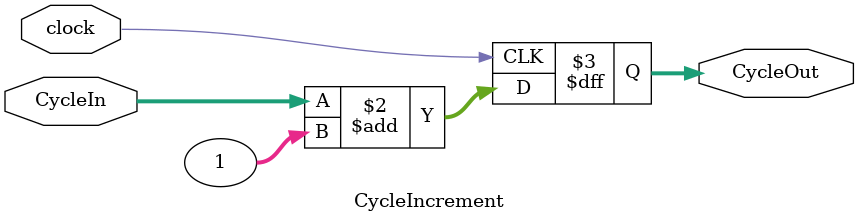
<source format=v>
/* CycleIncrement
 * UMAINE ECE 473
 * Initial Author: Landyn Francis <landyn.francis@maine.edu>
 * Other Authors: Ryan Kinney <ryan.kinney@maine.edu>
 * Description:
    This file is a simple adder that adds 4 to its input
*/

module CycleIncrement(
	input wire[31:0] CycleIn,
	input wire clock,
	output reg[31:0] CycleOut);

	always @(posedge clock)begin
		CycleOut = CycleIn + 32'd1;
	end
endmodule

</source>
